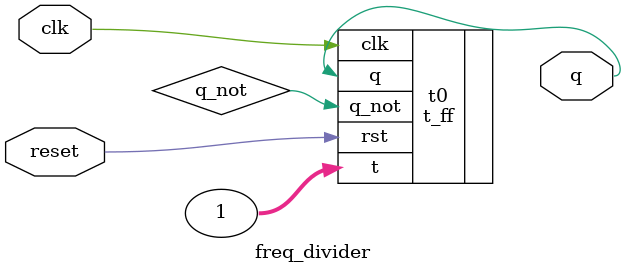
<source format=v>
module freq_divider(q,clk,reset);
input clk,reset;
output q;


t_ff t0(.clk(clk),.rst(reset),.t(1),.q(q),.q_not(q_not));

endmodule

</source>
